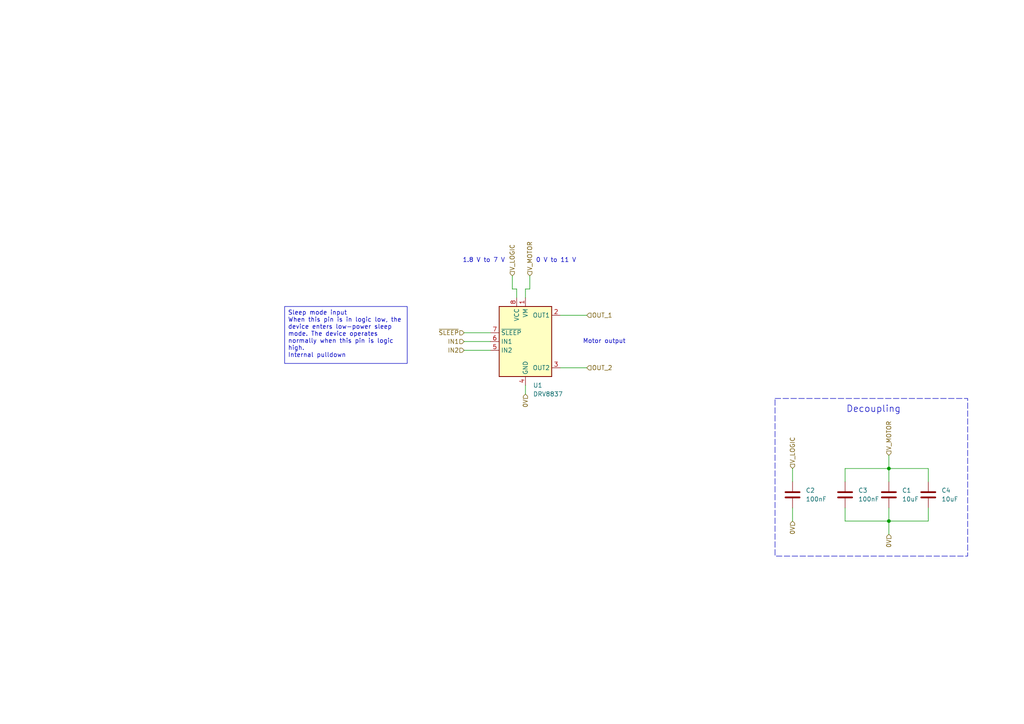
<source format=kicad_sch>
(kicad_sch (version 20250114) (generator "eeschema") (generator_version "9.0")
  (paper "A4")
  (lib_symbols
    (symbol "Device:C" (pin_numbers (hide yes)) (pin_names (offset 0.254))
      (property "Reference" "C" (at 0.635 2.54 0))
      (property "Value" "C" (at 0.635 -2.54 0))
      (symbol "C_0_1"
        (polyline (pts (xy -2.032 0.762) (xy 2.032 0.762)) (stroke (width 0.508)))
        (polyline (pts (xy -2.032 -0.762) (xy 2.032 -0.762)) (stroke (width 0.508)))
      )
      (symbol "C_1_1"
        (pin passive line (at 0 3.81 270) (length 2.794) (name "~") (number "1"))
        (pin passive line (at 0 -3.81 90) (length 2.794) (name "~") (number "2"))
      )
    )
    (symbol "Driver_Motor:DRV8837"
      (property "Reference" "U" (at 6.35 11.43 0))
      (property "Value" "DRV8837" (at -10.16 11.43 0))
      (symbol "DRV8837_0_1"
        (rectangle (start -7.62 10.16) (end 7.62 -10.16) (stroke (width 0.254)) (fill (type background)))
      )
      (symbol "DRV8837_1_1"
        (pin input line (at -10.16 2.54 0) (length 2.54) (name "~{SLEEP}") (number "7"))
        (pin input line (at -10.16 0 0) (length 2.54) (name "IN1") (number "6"))
        (pin input line (at -10.16 -2.54 0) (length 2.54) (name "IN2") (number "5"))
        (pin power_in line (at -2.54 12.7 270) (length 2.54) (name "VCC") (number "8"))
        (pin power_in line (at 0 12.7 270) (length 2.54) (name "VM") (number "1"))
        (pin power_in line (at 0 -12.7 90) (length 2.54) (name "GND") (number "4"))
        (pin passive line (at 0 -12.7 90) (length 2.54) (hide yes) (name "GND") (number "9"))
        (pin output line (at 10.16 7.62 180) (length 2.54) (name "OUT1") (number "2"))
        (pin output line (at 10.16 -7.62 180) (length 2.54) (name "OUT2") (number "3"))
      )
    )
  )
  (rectangle (start 224.79 115.57) (end 280.67 161.29) (stroke (width 0) (type dash)))
  (text "Motor output" (at 175.26 99.06 0) (effects (font (size 1.27 1.27))))
  (text "0 V to 11 V" (at 161.29 75.565 0) (effects (font (size 1.27 1.27))))
  (text "Decoupling" (at 253.365 118.745 0) (effects (font (size 1.905 1.905))))
  (text "1.8 V to 7 V" (at 140.335 75.565 0) (effects (font (size 1.27 1.27))))
  (text_box "Sleep mode input\nWhen this pin is in logic low, the device enters low-power sleep mode. The device operates\nnormally when this pin is logic high. \nInternal pulldown" (at 82.55 88.9 0) (size 35.56 16.51) (margins 0.9525 0.9525 0.9525 0.9525) (effects (font (size 1.27 1.27)) (justify left top)))
  (junction (at 257.81 135.89))
  (junction (at 257.81 151.13))
  (wire (pts (xy 245.11 135.89) (xy 257.81 135.89)))
  (wire (pts (xy 162.56 91.44) (xy 170.18 91.44)))
  (wire (pts (xy 152.4 86.36) (xy 152.4 83.82)))
  (wire (pts (xy 257.81 132.08) (xy 257.81 135.89)))
  (wire (pts (xy 257.81 147.32) (xy 257.81 151.13)))
  (wire (pts (xy 149.86 86.36) (xy 149.86 83.82)))
  (wire (pts (xy 245.11 147.32) (xy 245.11 151.13)))
  (wire (pts (xy 149.86 83.82) (xy 148.59 83.82)))
  (wire (pts (xy 148.59 80.01) (xy 148.59 83.82)))
  (wire (pts (xy 245.11 135.89) (xy 245.11 139.7)))
  (wire (pts (xy 134.62 99.06) (xy 142.24 99.06)))
  (wire (pts (xy 162.56 106.68) (xy 170.18 106.68)))
  (wire (pts (xy 269.24 147.32) (xy 269.24 151.13)))
  (wire (pts (xy 152.4 83.82) (xy 153.67 83.82)))
  (wire (pts (xy 257.81 135.89) (xy 257.81 139.7)))
  (wire (pts (xy 229.87 135.89) (xy 229.87 139.7)))
  (wire (pts (xy 134.62 101.6) (xy 142.24 101.6)))
  (wire (pts (xy 257.81 151.13) (xy 257.81 154.94)))
  (wire (pts (xy 269.24 135.89) (xy 269.24 139.7)))
  (wire (pts (xy 229.87 147.32) (xy 229.87 151.13)))
  (wire (pts (xy 245.11 151.13) (xy 257.81 151.13)))
  (wire (pts (xy 153.67 80.01) (xy 153.67 83.82)))
  (wire (pts (xy 257.81 135.89) (xy 269.24 135.89)))
  (wire (pts (xy 134.62 96.52) (xy 142.24 96.52)))
  (wire (pts (xy 152.4 111.76) (xy 152.4 114.3)))
  (wire (pts (xy 257.81 151.13) (xy 269.24 151.13)))
  (hierarchical_label "0V" (shape input) (at 257.81 154.94 270))
  (hierarchical_label "V_LOGIC" (shape input) (at 148.59 80.01 90))
  (hierarchical_label "V_MOTOR" (shape input) (at 257.81 132.08 90))
  (hierarchical_label "0V" (shape input) (at 152.4 114.3 270))
  (hierarchical_label "~{SLEEP}" (shape input) (at 134.62 96.52 180))
  (hierarchical_label "V_LOGIC" (shape input) (at 229.87 135.89 90))
  (hierarchical_label "IN1" (shape input) (at 134.62 99.06 180))
  (hierarchical_label "0V" (shape input) (at 229.87 151.13 270))
  (hierarchical_label "IN2" (shape input) (at 134.62 101.6 180))
  (hierarchical_label "V_MOTOR" (shape input) (at 153.67 80.01 90))
  (hierarchical_label "OUT_1" (shape input) (at 170.18 91.44 0))
  (hierarchical_label "OUT_2" (shape input) (at 170.18 106.68 0))
  (symbol (lib_id "Device:C") (at 257.81 143.51 0) (unit 1)
    (property "Reference" "C1" (at 261.62 142.2399 0) (effects (justify left)))
    (property "Value" "10uF" (at 261.62 144.7799 0) (effects (justify left)))
    (property "Footprint" "Capacitor_SMD:C_0603_1608Metric" (effects (hide yes)))
    (property "Datasheet" "https://www.lcsc.com/datasheet/lcsc_datasheet_2304140030_Samsung-Electro-Mechanics-CL10A106MA8NRNC_C96446.pdf" (effects (hide yes)))
    (property "Description" "Unpolarized capacitor" (effects (hide yes)))
    (property "LCSC Part #" "C96446" (effects (hide yes)))
    (property "Manufacturer" "Samsung Electro-Mechanics" (effects (hide yes)))
    (property "Manufacturer Part #" "CL10A106MA8NRNC" (effects (hide yes)))
  )
  (symbol (lib_id "Driver_Motor:DRV8837") (at 152.4 99.06 0) (unit 1)
    (property "Reference" "U1" (at 154.5941 111.76 0) (effects (justify left)))
    (property "Value" "DRV8837" (at 154.5941 114.3 0) (effects (justify left)))
    (property "Footprint" "Package_SON:WSON-8-1EP_2x2mm_P0.5mm_EP0.9x1.6mm_ThermalVias" (effects (hide yes)))
    (property "Datasheet" "http://www.ti.com/lit/ds/symlink/drv8837.pdf" (effects (hide yes)))
    (property "Description" "H-Bridge driver, 1.8A, Low Voltage, PWM input, WSON-8" (effects (hide yes)))
    (property "LCSC Part #" "C39159" (effects (hide yes)))
    (property "Manufacturer" "Texas Instruments " (effects (hide yes)))
    (property "Manufacturer Part #" "DRV8837DSGR" (effects (hide yes)))
    (property "Link" "https://www.lcsc.com/product-detail/Brushed-DC-Motor-Drivers_Texas-Instruments-DRV8837DSGR_C39159.html" (effects (hide yes)))
  )
  (symbol (lib_id "Device:C") (at 245.11 143.51 0) (unit 1)
    (property "Reference" "C3" (at 248.92 142.2399 0) (effects (justify left)))
    (property "Value" "100nF" (at 248.92 144.7799 0) (effects (justify left)))
    (property "Footprint" "Capacitor_SMD:C_0603_1608Metric" (effects (hide yes)))
    (property "Datasheet" "https://www.lcsc.com/datasheet/lcsc_datasheet_2211101700_YAGEO-CC0603KRX7R9BB104_C14663.pdf" (effects (hide yes)))
    (property "Description" "Unpolarized capacitor" (effects (hide yes)))
    (property "LCSC Part #" "C14663" (effects (hide yes)))
    (property "Manufacturer" "YAGEO" (effects (hide yes)))
    (property "Manufacturer Part #" "CC0603KRX7R9BB104" (effects (hide yes)))
  )
  (symbol (lib_id "Device:C") (at 269.24 143.51 0) (unit 1)
    (property "Reference" "C4" (at 273.05 142.2399 0) (effects (justify left)))
    (property "Value" "10uF" (at 273.05 144.7799 0) (effects (justify left)))
    (property "Footprint" "Capacitor_SMD:C_0603_1608Metric" (effects (hide yes)))
    (property "Datasheet" "https://www.lcsc.com/datasheet/lcsc_datasheet_2304140030_Samsung-Electro-Mechanics-CL10A106MA8NRNC_C96446.pdf" (effects (hide yes)))
    (property "Description" "Unpolarized capacitor" (effects (hide yes)))
    (property "LCSC Part #" "C96446" (effects (hide yes)))
    (property "Manufacturer" "Samsung Electro-Mechanics" (effects (hide yes)))
    (property "Manufacturer Part #" "CL10A106MA8NRNC" (effects (hide yes)))
  )
  (symbol (lib_id "Device:C") (at 229.87 143.51 0) (unit 1)
    (property "Reference" "C2" (at 233.68 142.2399 0) (effects (justify left)))
    (property "Value" "100nF" (at 233.68 144.7799 0) (effects (justify left)))
    (property "Footprint" "Capacitor_SMD:C_0603_1608Metric" (effects (hide yes)))
    (property "Datasheet" "https://www.lcsc.com/datasheet/lcsc_datasheet_2211101700_YAGEO-CC0603KRX7R9BB104_C14663.pdf" (effects (hide yes)))
    (property "Description" "Unpolarized capacitor" (effects (hide yes)))
    (property "LCSC Part #" "C14663" (effects (hide yes)))
    (property "Manufacturer" "YAGEO" (effects (hide yes)))
    (property "Manufacturer Part #" "CC0603KRX7R9BB104" (effects (hide yes)))
  )
)
</source>
